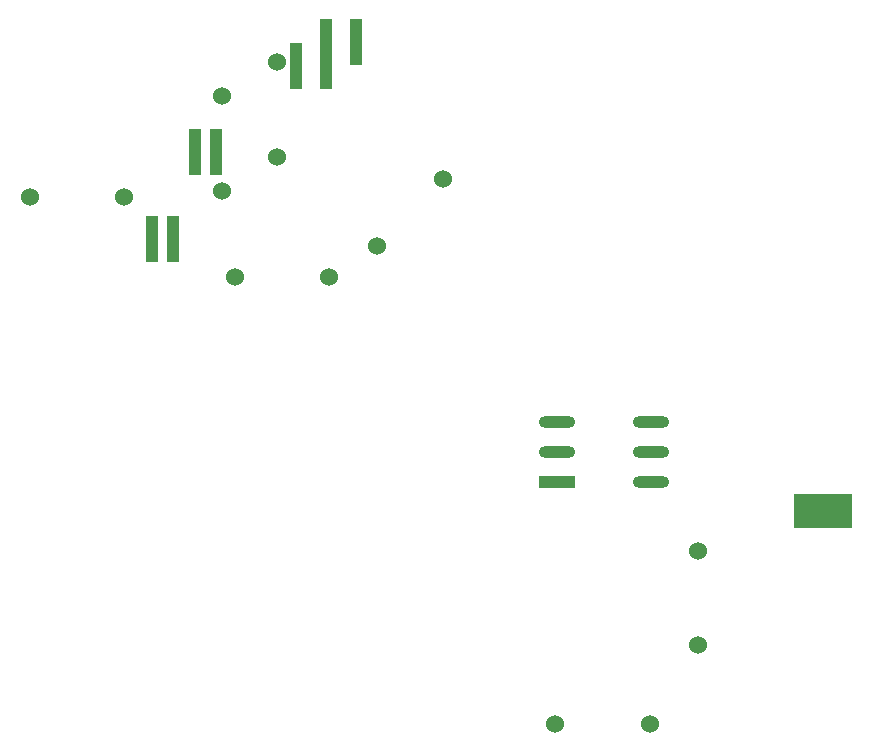
<source format=gbp>
G04 #@! TF.GenerationSoftware,KiCad,Pcbnew,(5.1.9-0-10_14)*
G04 #@! TF.CreationDate,2022-02-17T11:02:02-05:00*
G04 #@! TF.ProjectId,FlexFox80,466c6578-466f-4783-9830-2e6b69636164,1.10*
G04 #@! TF.SameCoordinates,Original*
G04 #@! TF.FileFunction,Paste,Bot*
G04 #@! TF.FilePolarity,Positive*
%FSLAX46Y46*%
G04 Gerber Fmt 4.6, Leading zero omitted, Abs format (unit mm)*
G04 Created by KiCad (PCBNEW (5.1.9-0-10_14)) date 2022-02-17 11:02:02*
%MOMM*%
%LPD*%
G01*
G04 APERTURE LIST*
%ADD10O,3.100000X1.000000*%
%ADD11R,3.100000X1.000000*%
%ADD12R,5.000000X3.000000*%
%ADD13R,1.000000X4.000000*%
%ADD14C,1.524000*%
%ADD15R,1.000000X6.000000*%
G04 APERTURE END LIST*
D10*
X73210000Y-72320000D03*
X65270000Y-72320000D03*
X73210000Y-74860000D03*
X65270000Y-74860000D03*
X73210000Y-77400000D03*
D11*
X65270000Y-77400000D03*
D12*
X87800000Y-79830000D03*
D13*
X32776000Y-56810000D03*
X30998000Y-56810000D03*
D14*
X55666854Y-51783146D03*
X50010000Y-57440000D03*
X77260000Y-91240000D03*
X77260000Y-83240000D03*
X38020000Y-60020000D03*
X46020000Y-60020000D03*
X36930000Y-52760000D03*
X36930000Y-44760000D03*
X20650000Y-53290000D03*
X28650000Y-53290000D03*
X41580000Y-41880000D03*
X41580000Y-49880000D03*
X65150000Y-97910000D03*
X73150000Y-97910000D03*
D15*
X45740000Y-41150000D03*
D13*
X48280000Y-40134000D03*
X43200000Y-42166000D03*
X36376000Y-49490000D03*
X34598000Y-49490000D03*
M02*

</source>
